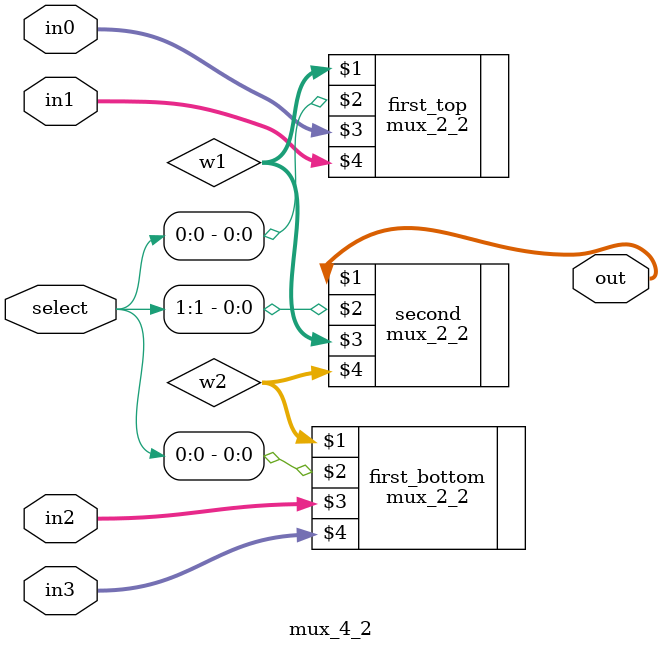
<source format=v>
module mux_4_2(out, select, in0, in1, in2, in3);
    input [1:0] select;
    input [1:0] in0, in1, in2, in3;
    output [1:0] out;
    wire [1:0] w1, w2;
    mux_2_2 first_top(w1, select[0], in0, in1);
    mux_2_2 first_bottom(w2, select[0], in2, in3);
    mux_2_2 second(out, select[1], w1, w2);
endmodule
</source>
